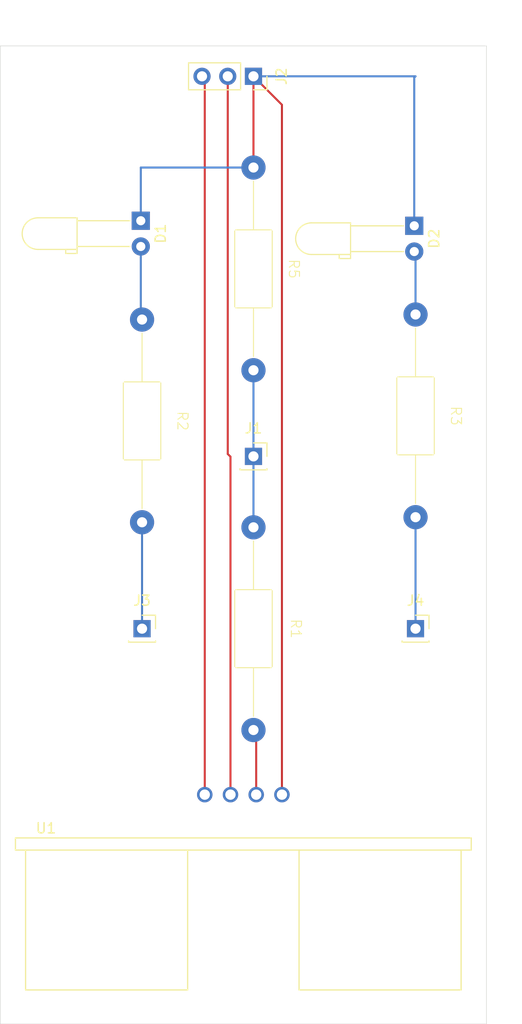
<source format=kicad_pcb>
(kicad_pcb (version 20240108) (generator "pcbnew") (generator_version "8.0")
  (layers (0 "F.Cu" signal) (31 "B.Cu" signal) (34 "B.Paste" user) (35 "F.Paste" user) (36 "B.SilkS" user "B.Silkscreen") (37 "F.SilkS" user "F.Silkscreen") (38 "B.Mask" user) (39 "F.Mask" user) (44 "Edge.Cuts" user))
  (net 0 "")
  (net 1 "Net-(J1-Pin_1)")
  (net 2 "Net-(U1-ECHO)")
  (net 3 "Net-(J2-Pin_3)")
  (net 4 "Net-(J2-Pin_2)")
  (net 5 "Net-(D1-A)")
  (net 6 "Net-(D1-K)")
  (net 7 "Net-(D2-A)")
  (net 8 "Net-(J3-Pin_1)")
  (net 9 "Net-(J4-Pin_1)")
  (footprint "LED_THT:LED_D3.0mm_Horizontal_O6.35mm_Z10.0mm" (layer "F.Cu") (at 140.375 82.25 -90)
    (property "Reference" "D2" (at 1.27 -1.96 90) (layer "F.SilkS"))
    (property "Value" "LED")
    (fp_line (start 2.83 7.41) (end 2.83 6.29) (stroke (width 0.12)) (layer "F.SilkS"))
    (fp_line (start 3.23 7.41) (end 2.83 7.41) (stroke (width 0.12)) (layer "F.SilkS"))
    (fp_line (start -0.29 6.29) (end -0.29 10.15) (stroke (width 0.12)) (layer "F.SilkS"))
    (fp_line (start -0.29 6.29) (end 2.83 6.29) (stroke (width 0.12)) (layer "F.SilkS"))
    (fp_line (start 0 6.29) (end 0 6.29) (stroke (width 0.12)) (layer "F.SilkS"))
    (fp_line (start 0 6.29) (end 0 1.08) (stroke (width 0.12)) (layer "F.SilkS"))
    (fp_line (start 2.54 6.29) (end 2.54 6.29) (stroke (width 0.12)) (layer "F.SilkS"))
    (fp_line (start 2.54 6.29) (end 2.54 1.08) (stroke (width 0.12)) (layer "F.SilkS"))
    (fp_line (start 2.83 6.29) (end 2.83 10.15) (stroke (width 0.12)) (layer "F.SilkS"))
    (fp_line (start 2.83 6.29) (end 3.23 6.29) (stroke (width 0.12)) (layer "F.SilkS"))
    (fp_line (start 3.23 6.29) (end 3.23 7.41) (stroke (width 0.12)) (layer "F.SilkS"))
    (fp_line (start 0 1.08) (end 0 6.29) (stroke (width 0.12)) (layer "F.SilkS"))
    (fp_line (start 0 1.08) (end 0 1.08) (stroke (width 0.12)) (layer "F.SilkS"))
    (fp_line (start 2.54 1.08) (end 2.54 6.29) (stroke (width 0.12)) (layer "F.SilkS"))
    (fp_line (start 2.54 1.08) (end 2.54 1.08) (stroke (width 0.12)) (layer "F.SilkS"))
    (fp_arc (start 2.83 10.15) (mid 1.27 11.71) (end -0.29 10.15) (stroke (width 0.12)) (layer "F.SilkS"))
    (pad "1" thru_hole rect (at 0 0 270) (size 1.8 1.8) (drill 0.9) (layers "*.Cu" "*.Mask") (net 6 "Net-(D1-K)"))
    (pad "2" thru_hole circle (at 2.54 0 270) (size 1.8 1.8) (drill 0.9) (layers "*.Cu" "*.Mask") (net 7 "Net-(D2-A)"))
  )
  (footprint "Connector_PinSocket_2.54mm:PinSocket_1x01_P2.54mm_Vertical" (layer "F.Cu") (at 113.5 122)
    (property "Reference" "J3" (at 0 -2.77 0) (layer "F.SilkS"))
    (property "Value" "Conn_01x01_Socket")
    (fp_line (start -1.33 1.21) (end -1.33 1.33) (stroke (width 0.12)) (layer "F.SilkS"))
    (fp_line (start -1.33 1.33) (end 1.33 1.33) (stroke (width 0.12)) (layer "F.SilkS"))
    (fp_line (start 0 -1.33) (end 1.33 -1.33) (stroke (width 0.12)) (layer "F.SilkS"))
    (fp_line (start 1.33 -1.33) (end 1.33 0) (stroke (width 0.12)) (layer "F.SilkS"))
    (fp_line (start 1.33 1.21) (end 1.33 1.33) (stroke (width 0.12)) (layer "F.SilkS"))
    (pad "1" thru_hole rect (at 0 0) (size 1.7 1.7) (drill 1) (layers "*.Cu" "*.Mask") (net 8 "Net-(J3-Pin_1)"))
  )
  (footprint "Symbol:Resistor_holes" (layer "F.Cu") (at 113.5 101.5 -90)
    (property "Reference" "R2" (at 0 -4 -90) (layer "F.SilkS") (effects (font (thickness 0.1))))
    (property "Value" "1000R")
    (fp_line (start -3.75 1.85) (end 3.75 1.85) (stroke (width 0.1)) (layer "F.SilkS"))
    (fp_line (start -8.65 0) (end -3.85 0) (stroke (width 0.1)) (layer "F.SilkS"))
    (fp_line (start 3.85 0) (end 8.65 0) (stroke (width 0.1)) (layer "F.SilkS"))
    (fp_line (start -3.85 -1.75) (end -3.85 1.75) (stroke (width 0.1)) (layer "F.SilkS"))
    (fp_line (start 3.85 -1.75) (end 3.85 1.75) (stroke (width 0.1)) (layer "F.SilkS"))
    (fp_line (start -3.75 -1.85) (end 3.75 -1.85) (stroke (width 0.1)) (layer "F.SilkS"))
    (pad "1" thru_hole circle (at 10 0 270) (size 2.39 2.39) (drill 1) (layers "*.Cu" "*.Mask") (net 8 "Net-(J3-Pin_1)"))
    (pad "2" thru_hole circle (at -10 0 270) (size 2.39 2.39) (drill 1) (layers "*.Cu" "*.Mask") (net 5 "Net-(D1-A)"))
  )
  (footprint "Connector_PinSocket_2.54mm:PinSocket_1x01_P2.54mm_Vertical" (layer "F.Cu") (at 140.5 122)
    (property "Reference" "J4" (at 0 -2.77 0) (layer "F.SilkS"))
    (property "Value" "Conn_01x01_Socket")
    (fp_line (start -1.33 1.21) (end -1.33 1.33) (stroke (width 0.12)) (layer "F.SilkS"))
    (fp_line (start -1.33 1.33) (end 1.33 1.33) (stroke (width 0.12)) (layer "F.SilkS"))
    (fp_line (start 0 -1.33) (end 1.33 -1.33) (stroke (width 0.12)) (layer "F.SilkS"))
    (fp_line (start 1.33 -1.33) (end 1.33 0) (stroke (width 0.12)) (layer "F.SilkS"))
    (fp_line (start 1.33 1.21) (end 1.33 1.33) (stroke (width 0.12)) (layer "F.SilkS"))
    (pad "1" thru_hole rect (at 0 0) (size 1.7 1.7) (drill 1) (layers "*.Cu" "*.Mask") (net 9 "Net-(J4-Pin_1)"))
  )
  (footprint "Symbol:Resistor_holes" (layer "F.Cu") (at 140.5 101 -90)
    (property "Reference" "R3" (at 0 -4 -90) (layer "F.SilkS") (effects (font (thickness 0.1))))
    (property "Value" "1000R")
    (fp_line (start -3.75 1.85) (end 3.75 1.85) (stroke (width 0.1)) (layer "F.SilkS"))
    (fp_line (start -8.65 0) (end -3.85 0) (stroke (width 0.1)) (layer "F.SilkS"))
    (fp_line (start 3.85 0) (end 8.65 0) (stroke (width 0.1)) (layer "F.SilkS"))
    (fp_line (start -3.85 -1.75) (end -3.85 1.75) (stroke (width 0.1)) (layer "F.SilkS"))
    (fp_line (start 3.85 -1.75) (end 3.85 1.75) (stroke (width 0.1)) (layer "F.SilkS"))
    (fp_line (start -3.75 -1.85) (end 3.75 -1.85) (stroke (width 0.1)) (layer "F.SilkS"))
    (pad "1" thru_hole circle (at 10 0 270) (size 2.39 2.39) (drill 1) (layers "*.Cu" "*.Mask") (net 9 "Net-(J4-Pin_1)"))
    (pad "2" thru_hole circle (at -10 0 270) (size 2.39 2.39) (drill 1) (layers "*.Cu" "*.Mask") (net 7 "Net-(D2-A)"))
  )
  (footprint "Connector_PinSocket_2.54mm:PinSocket_1x01_P2.54mm_Vertical" (layer "F.Cu") (at 124.5 105)
    (property "Reference" "J1" (at 0 -2.77 0) (layer "F.SilkS"))
    (property "Value" "Conn_01x01_Socket")
    (fp_line (start -1.33 1.21) (end -1.33 1.33) (stroke (width 0.12)) (layer "F.SilkS"))
    (fp_line (start -1.33 1.33) (end 1.33 1.33) (stroke (width 0.12)) (layer "F.SilkS"))
    (fp_line (start 0 -1.33) (end 1.33 -1.33) (stroke (width 0.12)) (layer "F.SilkS"))
    (fp_line (start 1.33 -1.33) (end 1.33 0) (stroke (width 0.12)) (layer "F.SilkS"))
    (fp_line (start 1.33 1.21) (end 1.33 1.33) (stroke (width 0.12)) (layer "F.SilkS"))
    (pad "1" thru_hole rect (at 0 0) (size 1.7 1.7) (drill 1) (layers "*.Cu" "*.Mask") (net 1 "Net-(J1-Pin_1)"))
  )
  (footprint "Symbol:Resistor_holes" (layer "F.Cu") (at 124.5 122 -90)
    (property "Reference" "R1" (at 0 -4.2 -90) (layer "F.SilkS") (effects (font (thickness 0.1))))
    (property "Value" "1000R")
    (fp_line (start -3.75 1.85) (end 3.75 1.85) (stroke (width 0.1)) (layer "F.SilkS"))
    (fp_line (start -8.65 0) (end -3.85 0) (stroke (width 0.1)) (layer "F.SilkS"))
    (fp_line (start 3.85 0) (end 8.65 0) (stroke (width 0.1)) (layer "F.SilkS"))
    (fp_line (start -3.85 -1.75) (end -3.85 1.75) (stroke (width 0.1)) (layer "F.SilkS"))
    (fp_line (start 3.85 -1.75) (end 3.85 1.75) (stroke (width 0.1)) (layer "F.SilkS"))
    (fp_line (start -3.75 -1.85) (end 3.75 -1.85) (stroke (width 0.1)) (layer "F.SilkS"))
    (pad "1" thru_hole circle (at 10 0 270) (size 2.39 2.39) (drill 1) (layers "*.Cu" "*.Mask") (net 2 "Net-(U1-ECHO)"))
    (pad "2" thru_hole circle (at -10 0 270) (size 2.39 2.39) (drill 1) (layers "*.Cu" "*.Mask") (net 1 "Net-(J1-Pin_1)"))
  )
  (footprint "Connector_PinSocket_2.54mm:PinSocket_1x03_P2.54mm_Vertical" (layer "F.Cu") (at 124.5 67.5 -90)
    (property "Reference" "J2" (at 0 -2.77 -90) (layer "F.SilkS"))
    (property "Value" "Conn_01x03_Socket")
    (fp_line (start -1.33 6.41) (end 1.33 6.41) (stroke (width 0.12)) (layer "F.SilkS"))
    (fp_line (start -1.33 1.27) (end -1.33 6.41) (stroke (width 0.12)) (layer "F.SilkS"))
    (fp_line (start -1.33 1.27) (end 1.33 1.27) (stroke (width 0.12)) (layer "F.SilkS"))
    (fp_line (start 1.33 1.27) (end 1.33 6.41) (stroke (width 0.12)) (layer "F.SilkS"))
    (fp_line (start 0 -1.33) (end 1.33 -1.33) (stroke (width 0.12)) (layer "F.SilkS"))
    (fp_line (start 1.33 -1.33) (end 1.33 0) (stroke (width 0.12)) (layer "F.SilkS"))
    (pad "1" thru_hole rect (at 0 0 270) (size 1.7 1.7) (drill 1) (layers "*.Cu" "*.Mask") (net 6 "Net-(D1-K)"))
    (pad "2" thru_hole oval (at 0 2.54 270) (size 1.7 1.7) (drill 1) (layers "*.Cu" "*.Mask") (net 4 "Net-(J2-Pin_2)"))
    (pad "3" thru_hole oval (at 0 5.08 270) (size 1.7 1.7) (drill 1) (layers "*.Cu" "*.Mask") (net 3 "Net-(J2-Pin_3)"))
  )
  (footprint "custom:XCVR_HC-SR04" (layer "F.Cu") (at 123.5 138.375)
    (property "Reference" "U1" (at -19.48505 3.31671 0) (layer "F.SilkS") (effects (font (size 1.00052 1.00052))))
    (property "Value" "HC-SR04")
    (fp_line (start -22.5 4.27) (end 22.5 4.27) (stroke (width 0.127)) (layer "F.SilkS"))
    (fp_line (start -22.5 5.47) (end -22.5 4.27) (stroke (width 0.127)) (layer "F.SilkS"))
    (fp_line (start -21.5 5.47) (end -22.5 5.47) (stroke (width 0.127)) (layer "F.SilkS"))
    (fp_line (start -21.5 5.47) (end -21.5 19.27) (stroke (width 0.127)) (layer "F.SilkS"))
    (fp_line (start -21.5 19.27) (end -5.5 19.27) (stroke (width 0.127)) (layer "F.SilkS"))
    (fp_line (start -5.5 5.47) (end -21.5 5.47) (stroke (width 0.127)) (layer "F.SilkS"))
    (fp_line (start -5.5 5.47) (end -5.5 19.27) (stroke (width 0.127)) (layer "F.SilkS"))
    (fp_line (start 5.5 5.47) (end -5.5 5.47) (stroke (width 0.127)) (layer "F.SilkS"))
    (fp_line (start 5.5 5.47) (end 5.5 19.27) (stroke (width 0.127)) (layer "F.SilkS"))
    (fp_line (start 5.5 19.27) (end 21.5 19.27) (stroke (width 0.127)) (layer "F.SilkS"))
    (fp_line (start 21.5 5.47) (end 5.5 5.47) (stroke (width 0.127)) (layer "F.SilkS"))
    (fp_line (start 21.5 5.47) (end 21.5 19.27) (stroke (width 0.127)) (layer "F.SilkS"))
    (fp_line (start 22.5 4.27) (end 22.5 5.47) (stroke (width 0.127)) (layer "F.SilkS"))
    (fp_line (start 22.5 5.47) (end 21.5 5.47) (stroke (width 0.127)) (layer "F.SilkS"))
    (pad "1" thru_hole circle (at -3.81 0) (size 1.53 1.53) (drill 1.02) (layers "*.Cu" "*.Mask") (net 3 "Net-(J2-Pin_3)"))
    (pad "2" thru_hole circle (at -1.27 0) (size 1.53 1.53) (drill 1.02) (layers "*.Cu" "*.Mask") (net 4 "Net-(J2-Pin_2)"))
    (pad "3" thru_hole circle (at 1.27 0) (size 1.53 1.53) (drill 1.02) (layers "*.Cu" "*.Mask") (net 2 "Net-(U1-ECHO)"))
    (pad "4" thru_hole circle (at 3.81 0) (size 1.53 1.53) (drill 1.02) (layers "*.Cu" "*.Mask") (net 6 "Net-(D1-K)"))
  )
  (footprint "Symbol:Resistor_holes" (layer "F.Cu") (at 124.5 86.5 -90)
    (property "Reference" "R5" (at 0 -4 -90) (layer "F.SilkS") (effects (font (thickness 0.1))))
    (property "Value" "2000R")
    (fp_line (start -3.75 1.85) (end 3.75 1.85) (stroke (width 0.1)) (layer "F.SilkS"))
    (fp_line (start -8.65 0) (end -3.85 0) (stroke (width 0.1)) (layer "F.SilkS"))
    (fp_line (start 3.85 0) (end 8.65 0) (stroke (width 0.1)) (layer "F.SilkS"))
    (fp_line (start -3.85 -1.75) (end -3.85 1.75) (stroke (width 0.1)) (layer "F.SilkS"))
    (fp_line (start 3.85 -1.75) (end 3.85 1.75) (stroke (width 0.1)) (layer "F.SilkS"))
    (fp_line (start -3.75 -1.85) (end 3.75 -1.85) (stroke (width 0.1)) (layer "F.SilkS"))
    (pad "1" thru_hole circle (at 10 0 270) (size 2.39 2.39) (drill 1) (layers "*.Cu" "*.Mask") (net 1 "Net-(J1-Pin_1)"))
    (pad "2" thru_hole circle (at -10 0 270) (size 2.39 2.39) (drill 1) (layers "*.Cu" "*.Mask") (net 6 "Net-(D1-K)"))
  )
  (footprint "LED_THT:LED_D3.0mm_Horizontal_O6.35mm_Z10.0mm" (layer "F.Cu") (at 113.375 81.75 -90)
    (property "Reference" "D1" (at 1.27 -1.96 90) (layer "F.SilkS"))
    (property "Value" "LED")
    (fp_line (start 2.83 7.41) (end 2.83 6.29) (stroke (width 0.12)) (layer "F.SilkS"))
    (fp_line (start 3.23 7.41) (end 2.83 7.41) (stroke (width 0.12)) (layer "F.SilkS"))
    (fp_line (start -0.29 6.29) (end -0.29 10.15) (stroke (width 0.12)) (layer "F.SilkS"))
    (fp_line (start -0.29 6.29) (end 2.83 6.29) (stroke (width 0.12)) (layer "F.SilkS"))
    (fp_line (start 0 6.29) (end 0 6.29) (stroke (width 0.12)) (layer "F.SilkS"))
    (fp_line (start 0 6.29) (end 0 1.08) (stroke (width 0.12)) (layer "F.SilkS"))
    (fp_line (start 2.54 6.29) (end 2.54 6.29) (stroke (width 0.12)) (layer "F.SilkS"))
    (fp_line (start 2.54 6.29) (end 2.54 1.08) (stroke (width 0.12)) (layer "F.SilkS"))
    (fp_line (start 2.83 6.29) (end 2.83 10.15) (stroke (width 0.12)) (layer "F.SilkS"))
    (fp_line (start 2.83 6.29) (end 3.23 6.29) (stroke (width 0.12)) (layer "F.SilkS"))
    (fp_line (start 3.23 6.29) (end 3.23 7.41) (stroke (width 0.12)) (layer "F.SilkS"))
    (fp_line (start 0 1.08) (end 0 6.29) (stroke (width 0.12)) (layer "F.SilkS"))
    (fp_line (start 0 1.08) (end 0 1.08) (stroke (width 0.12)) (layer "F.SilkS"))
    (fp_line (start 2.54 1.08) (end 2.54 6.29) (stroke (width 0.12)) (layer "F.SilkS"))
    (fp_line (start 2.54 1.08) (end 2.54 1.08) (stroke (width 0.12)) (layer "F.SilkS"))
    (fp_arc (start 2.83 10.15) (mid 1.27 11.71) (end -0.29 10.15) (stroke (width 0.12)) (layer "F.SilkS"))
    (pad "1" thru_hole rect (at 0 0 270) (size 1.8 1.8) (drill 0.9) (layers "*.Cu" "*.Mask") (net 6 "Net-(D1-K)"))
    (pad "2" thru_hole circle (at 2.54 0 270) (size 1.8 1.8) (drill 0.9) (layers "*.Cu" "*.Mask") (net 5 "Net-(D1-A)"))
  )
  (gr_rect (start 99.5 64.5) (end 147.5 161) (stroke (width 0.05)) (fill none) (layer "Edge.Cuts"))
  (segment (start 124.5 105) (end 124.5 96.5) (width 0.2) (layer "B.Cu") (net 1))
  (segment (start 124.5 112) (end 124.5 105) (width 0.2) (layer "B.Cu") (net 1))
  (segment (start 124.5 132) (end 124.5 132.5) (width 0.2) (layer "F.Cu") (net 2))
  (segment (start 124.77 132.77) (end 124.77 138.375) (width 0.2) (layer "F.Cu") (net 2))
  (segment (start 124.5 132.5) (end 124.77 132.77) (width 0.2) (layer "F.Cu") (net 2))
  (segment (start 119.69 138.375) (end 119.69 67.77) (width 0.2) (layer "F.Cu") (net 3))
  (segment (start 119.69 67.77) (end 119.42 67.5) (width 0.2) (layer "F.Cu") (net 3))
  (segment (start 122.23 105.03) (end 122.23 138.375) (width 0.2) (layer "F.Cu") (net 4))
  (segment (start 121.96 104.76) (end 122.23 105.03) (width 0.2) (layer "F.Cu") (net 4))
  (segment (start 121.96 67.5) (end 121.96 104.76) (width 0.2) (layer "F.Cu") (net 4))
  (segment (start 113.375 84.29) (end 113.375 91.375) (width 0.2) (layer "B.Cu") (net 5))
  (segment (start 113.375 91.375) (end 113.5 91.5) (width 0.2) (layer "B.Cu") (net 5))
  (segment (start 124.5 67.5) (end 124.5 76.5) (width 0.2) (layer "F.Cu") (net 6))
  (segment (start 127.31 70.31) (end 124.5 67.5) (width 0.2) (layer "F.Cu") (net 6))
  (segment (start 127.31 138.375) (end 127.31 70.31) (width 0.2) (layer "F.Cu") (net 6))
  (segment (start 140.375 82.25) (end 140.375 67.625) (width 0.2) (layer "B.Cu") (net 6))
  (segment (start 113.375 76.5) (end 124.5 76.5) (width 0.2) (layer "B.Cu") (net 6))
  (segment (start 113.375 81.75) (end 113.375 76.5) (width 0.2) (layer "B.Cu") (net 6))
  (segment (start 140.5 67.5) (end 124.5 67.5) (width 0.2) (layer "B.Cu") (net 6))
  (segment (start 140.375 67.625) (end 140.5 67.5) (width 0.2) (layer "B.Cu") (net 6))
  (segment (start 140.5 91) (end 140.5 84.915) (width 0.2) (layer "B.Cu") (net 7))
  (segment (start 140.5 84.915) (end 140.375 84.79) (width 0.2) (layer "B.Cu") (net 7))
  (segment (start 140.375 90.875) (end 140.5 91) (width 0.2) (layer "B.Cu") (net 7))
  (segment (start 113.5 111.5) (end 113.5 122) (width 0.2) (layer "B.Cu") (net 8))
  (segment (start 140.5 111) (end 140.5 122) (width 0.2) (layer "B.Cu") (net 9))
)
</source>
